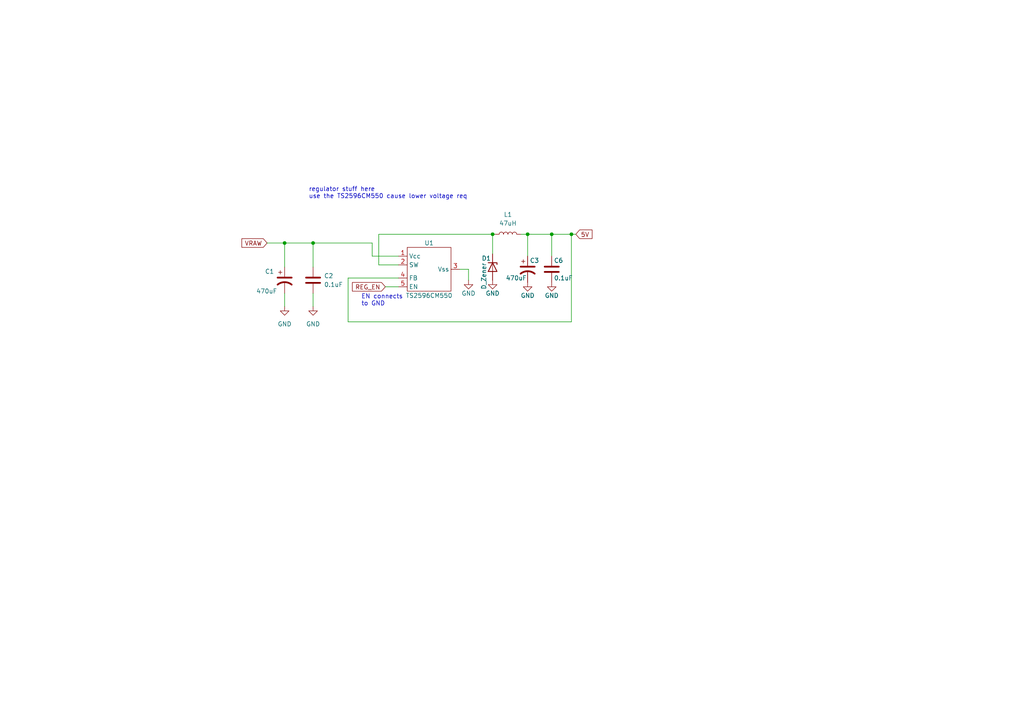
<source format=kicad_sch>
(kicad_sch (version 20211123) (generator eeschema)
  (paper "A4")
  (lib_symbols
    (symbol "Device:C" (pin_numbers hide) (pin_names (offset 0.254))
      (property "Reference" "C" (at 0.635 2.54 0))
      (property "Value" "C" (at 0.635 -2.54 0))
      (symbol "C_0_1"
        (polyline (pts (xy -2.032 -0.762) (xy 2.032 -0.762)) (stroke (width 0.508)))
        (polyline (pts (xy -2.032 0.762) (xy 2.032 0.762)) (stroke (width 0.508)))
      )
      (symbol "C_1_1"
        (pin passive line (at 0 3.81 270) (length 2.794) (name "~") (number "1"))
        (pin passive line (at 0 -3.81 90) (length 2.794) (name "~") (number "2"))
      )
    )
    (symbol "Device:C_Polarized_US" (pin_numbers hide) (pin_names (offset 0.254) hide)
      (property "Reference" "C" (at 0.635 2.54 0))
      (property "Value" "C_Polarized_US" (at 0.635 -2.54 0))
      (symbol "C_Polarized_US_0_1"
        (polyline (pts (xy -2.032 0.762) (xy 2.032 0.762)) (stroke (width 0.508)))
        (polyline (pts (xy -1.778 2.286) (xy -0.762 2.286)))
        (polyline (pts (xy -1.27 1.778) (xy -1.27 2.794)))
        (arc (start 2.032 -1.27) (mid 0 -0.5572) (end -2.032 -1.27) (stroke (width 0.508)))
      )
      (symbol "C_Polarized_US_1_1"
        (pin passive line (at 0 3.81 270) (length 2.794) (name "~") (number "1"))
        (pin passive line (at 0 -3.81 90) (length 3.302) (name "~") (number "2"))
      )
    )
    (symbol "Device:D_Zener" (pin_numbers hide) (pin_names (offset 1.016) hide)
      (property "Reference" "D" (at 0 2.54 0))
      (property "Value" "D_Zener" (at 0 -2.54 0))
      (symbol "D_Zener_0_1"
        (polyline (pts (xy 1.27 0) (xy -1.27 0)))
        (polyline (pts (xy -1.27 -1.27) (xy -1.27 1.27) (xy -0.762 1.27)) (stroke (width 0.254)))
        (polyline (pts (xy 1.27 -1.27) (xy 1.27 1.27) (xy -1.27 0) (xy 1.27 -1.27)) (stroke (width 0.254)))
      )
      (symbol "D_Zener_1_1"
        (pin passive line (at -3.81 0 0) (length 2.54) (name "K") (number "1"))
        (pin passive line (at 3.81 0 180) (length 2.54) (name "A") (number "2"))
      )
    )
    (symbol "Device:L" (pin_numbers hide) (pin_names (offset 1.016) hide)
      (property "Reference" "L" (at -1.27 0 90))
      (property "Value" "L" (at 1.905 0 90))
      (symbol "L_0_1"
        (arc (start 0 -2.54) (mid 0.635 -1.905) (end 0 -1.27))
        (arc (start 0 -1.27) (mid 0.635 -0.635) (end 0 0))
        (arc (start 0 0) (mid 0.635 0.635) (end 0 1.27))
        (arc (start 0 1.27) (mid 0.635 1.905) (end 0 2.54))
      )
      (symbol "L_1_1"
        (pin passive line (at 0 3.81 270) (length 1.27) (name "1") (number "1"))
        (pin passive line (at 0 -3.81 90) (length 1.27) (name "2") (number "2"))
      )
    )
    (symbol "TS2596CM550:TS2596CM550"
      (property "Reference" "U" (at 0 10.16 0))
      (property "Value" "TS2596CM550" (at 0 7.62 0))
      (symbol "TS2596CM550_0_1"
        (rectangle (start -6.35 6.35) (end 6.35 -6.35))
      )
      (symbol "TS2596CM550_1_1"
        (pin power_in line (at -8.89 3.81 0) (length 2.54) (name "Vcc") (number "1"))
        (pin unspecified line (at -8.89 1.27 0) (length 2.54) (name "SW") (number "2"))
        (pin unspecified line (at 8.89 0 180) (length 2.54) (name "Vss") (number "3"))
        (pin unspecified line (at -8.89 -2.54 0) (length 2.54) (name "FB") (number "4"))
        (pin unspecified line (at -8.89 -5.08 0) (length 2.54) (name "EN") (number "5"))
      )
    )
    (symbol "power:GND" (power) (pin_names (offset 0))
      (property "Value" "GND" (at 0 -3.81 0))
      (symbol "GND_0_1"
        (polyline (pts (xy 0 0) (xy 0 -1.27) (xy 1.27 -1.27) (xy 0 -2.54) (xy -1.27 -1.27) (xy 0 -1.27)))
      )
      (symbol "GND_1_1"
        (pin power_in line (at 0 0 270) (length 0) hide (name "GND") (number "1"))
      )
    )
  )
  (junction (at 82.55 70.485))
  (junction (at 153.035 67.945))
  (junction (at 160.02 67.945))
  (junction (at 142.875 67.945))
  (junction (at 90.805 70.485))
  (junction (at 165.735 67.945))
  (wire (pts (xy 153.035 67.945) (xy 153.035 74.295)))
  (wire (pts (xy 151.13 67.945) (xy 153.035 67.945)))
  (wire (pts (xy 115.57 76.835) (xy 109.855 76.835)))
  (wire (pts (xy 90.805 70.485) (xy 107.95 70.485)))
  (wire (pts (xy 82.55 70.485) (xy 90.805 70.485)))
  (wire (pts (xy 165.735 67.945) (xy 167.005 67.945)))
  (wire (pts (xy 107.95 74.295) (xy 115.57 74.295)))
  (wire (pts (xy 90.805 70.485) (xy 90.805 77.47)))
  (wire (pts (xy 142.875 67.945) (xy 142.875 73.66)))
  (wire (pts (xy 109.855 76.835) (xy 109.855 67.945)))
  (wire (pts (xy 153.035 67.945) (xy 160.02 67.945)))
  (wire (pts (xy 142.875 67.945) (xy 143.51 67.945)))
  (wire (pts (xy 82.55 70.485) (xy 82.55 77.47)))
  (wire (pts (xy 135.89 78.105) (xy 135.89 81.28)))
  (wire (pts (xy 115.57 80.645) (xy 100.965 80.645)))
  (wire (pts (xy 90.805 85.09) (xy 90.805 88.9)))
  (wire (pts (xy 111.76 83.185) (xy 115.57 83.185)))
  (wire (pts (xy 82.55 85.09) (xy 82.55 88.9)))
  (wire (pts (xy 107.95 70.485) (xy 107.95 74.295)))
  (wire (pts (xy 109.855 67.945) (xy 142.875 67.945)))
  (wire (pts (xy 160.02 67.945) (xy 160.02 74.295)))
  (wire (pts (xy 100.965 80.645) (xy 100.965 93.345)))
  (wire (pts (xy 100.965 93.345) (xy 165.735 93.345)))
  (wire (pts (xy 77.47 70.485) (xy 82.55 70.485)))
  (wire (pts (xy 160.02 67.945) (xy 165.735 67.945)))
  (wire (pts (xy 133.35 78.105) (xy 135.89 78.105)))
  (wire (pts (xy 165.735 93.345) (xy 165.735 67.945)))
  (text "EN connects\nto GND" (at 104.775 88.9 0) (effects (font (size 1.27 1.27)) (justify left bottom)))
  (text "regulator stuff here\nuse the TS2596CM550 cause lower voltage req\n" (at 89.535 57.785 0) (effects (font (size 1.27 1.27)) (justify left bottom)))
  (global_label "VRAW" (shape input) (at 77.47 70.485 180) (property "Intersheet References" "${INTERSHEET_REFS}" (effects hide)))
  (global_label "5V" (shape input) (at 167.005 67.945 0) (property "Intersheet References" "${INTERSHEET_REFS}" (effects hide)))
  (global_label "REG_EN" (shape input) (at 111.76 83.185 180) (property "Intersheet References" "${INTERSHEET_REFS}" (effects hide)))
  (symbol (lib_id "Device:L") (at 147.32 67.945 90) (unit 1)
    (property "Reference" "L1" (at 147.32 62.23 90))
    (property "Value" "47uH" (at 147.32 64.77 90))
    (property "Footprint" "Inductor_SMD:L_0805_2012Metric" (effects hide))
  )
  (symbol (lib_id "power:GND") (at 90.805 88.9 0) (unit 1)
    (property "Reference" "#PWR?" (effects hide))
    (property "Value" "GND" (at 90.805 93.98 0))
  )
  (symbol (lib_id "power:GND") (at 142.875 81.28 0) (unit 1)
    (property "Reference" "#PWR?" (effects hide))
    (property "Value" "GND" (at 142.875 85.09 0))
  )
  (symbol (lib_id "power:GND") (at 153.035 81.915 0) (unit 1)
    (property "Reference" "#PWR?" (effects hide))
    (property "Value" "GND" (at 153.035 85.725 0))
  )
  (symbol (lib_id "Device:C") (at 90.805 81.28 0) (unit 1)
    (property "Reference" "C2" (at 93.98 80.0099 0) (effects (justify left)))
    (property "Value" "0.1uF" (at 93.98 82.5499 0) (effects (justify left)))
    (property "Footprint" "Capacitor_SMD:C_0805_2012Metric" (effects hide))
  )
  (symbol (lib_id "Device:C_Polarized_US") (at 153.035 78.105 0) (unit 1)
    (property "Reference" "C3" (at 153.67 75.565 0) (effects (justify left)))
    (property "Value" "470uF" (at 146.685 80.645 0) (effects (justify left)))
    (property "Footprint" "Capacitor_SMD:C_0805_2012Metric" (effects hide))
  )
  (symbol (lib_id "Device:C") (at 160.02 78.105 0) (unit 1)
    (property "Reference" "C6" (at 160.655 75.565 0) (effects (justify left)))
    (property "Value" "0.1uF" (at 160.655 80.645 0) (effects (justify left)))
    (property "Footprint" "Capacitor_SMD:C_0805_2012Metric" (effects hide))
  )
  (symbol (lib_id "power:GND") (at 135.89 81.28 0) (unit 1)
    (property "Reference" "#PWR?" (effects hide))
    (property "Value" "GND" (at 135.89 85.09 0))
  )
  (symbol (lib_id "TS2596CM550:TS2596CM550") (at 124.46 78.105 0) (unit 1)
    (property "Reference" "U1" (at 124.46 70.485 0))
    (property "Value" "TS2596CM550" (at 124.46 85.725 0))
    (property "Footprint" "Package_TO_SOT_SMD:TO-263-5_TabPin3" (effects hide))
  )
  (symbol (lib_id "Device:D_Zener") (at 142.875 77.47 270) (unit 1)
    (property "Reference" "D1" (at 139.7 74.93 90) (effects (justify left)))
    (property "Value" "D_Zener" (at 140.335 76.2 0) (effects (justify left)))
  )
  (symbol (lib_id "power:GND") (at 160.02 81.915 0) (unit 1)
    (property "Reference" "#PWR?" (effects hide))
    (property "Value" "GND" (at 160.02 85.725 0))
  )
  (symbol (lib_id "power:GND") (at 82.55 88.9 0) (unit 1)
    (property "Reference" "#PWR?" (effects hide))
    (property "Value" "GND" (at 82.55 93.98 0))
  )
  (symbol (lib_id "Device:C_Polarized_US") (at 82.55 81.28 0) (unit 1)
    (property "Reference" "C1" (at 76.835 78.74 0) (effects (justify left)))
    (property "Value" "470uF" (at 74.295 84.455 0) (effects (justify left)))
    (property "Footprint" "Capacitor_SMD:C_0805_2012Metric" (effects hide))
  )
)
</source>
